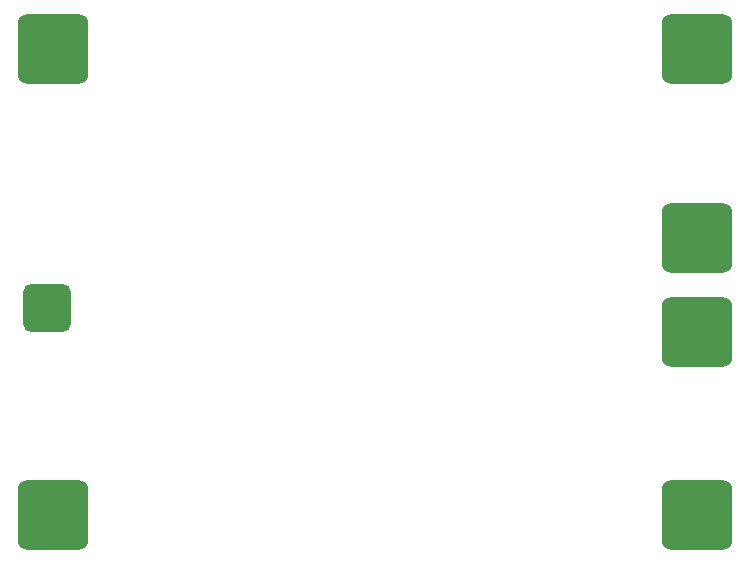
<source format=gtp>
G04 #@! TF.GenerationSoftware,KiCad,Pcbnew,9.0.5*
G04 #@! TF.CreationDate,2025-12-18T19:52:08+01:00*
G04 #@! TF.ProjectId,peak-ignitor-box-bms,7065616b-2d69-4676-9e69-746f722d626f,rev?*
G04 #@! TF.SameCoordinates,Original*
G04 #@! TF.FileFunction,Paste,Top*
G04 #@! TF.FilePolarity,Positive*
%FSLAX46Y46*%
G04 Gerber Fmt 4.6, Leading zero omitted, Abs format (unit mm)*
G04 Created by KiCad (PCBNEW 9.0.5) date 2025-12-18 19:52:08*
%MOMM*%
%LPD*%
G01*
G04 APERTURE LIST*
G04 Aperture macros list*
%AMRoundRect*
0 Rectangle with rounded corners*
0 $1 Rounding radius*
0 $2 $3 $4 $5 $6 $7 $8 $9 X,Y pos of 4 corners*
0 Add a 4 corners polygon primitive as box body*
4,1,4,$2,$3,$4,$5,$6,$7,$8,$9,$2,$3,0*
0 Add four circle primitives for the rounded corners*
1,1,$1+$1,$2,$3*
1,1,$1+$1,$4,$5*
1,1,$1+$1,$6,$7*
1,1,$1+$1,$8,$9*
0 Add four rect primitives between the rounded corners*
20,1,$1+$1,$2,$3,$4,$5,0*
20,1,$1+$1,$4,$5,$6,$7,0*
20,1,$1+$1,$6,$7,$8,$9,0*
20,1,$1+$1,$8,$9,$2,$3,0*%
G04 Aperture macros list end*
%ADD10RoundRect,0.900000X-2.100000X-2.100000X2.100000X-2.100000X2.100000X2.100000X-2.100000X2.100000X0*%
%ADD11RoundRect,0.600000X-1.400000X-1.400000X1.400000X-1.400000X1.400000X1.400000X-1.400000X1.400000X0*%
G04 APERTURE END LIST*
D10*
X147723869Y-52685129D03*
X147723869Y-60685129D03*
X93223869Y-76185129D03*
X147723869Y-76185129D03*
D11*
X92723869Y-58685129D03*
D10*
X93223869Y-36685129D03*
X147723869Y-36685129D03*
M02*

</source>
